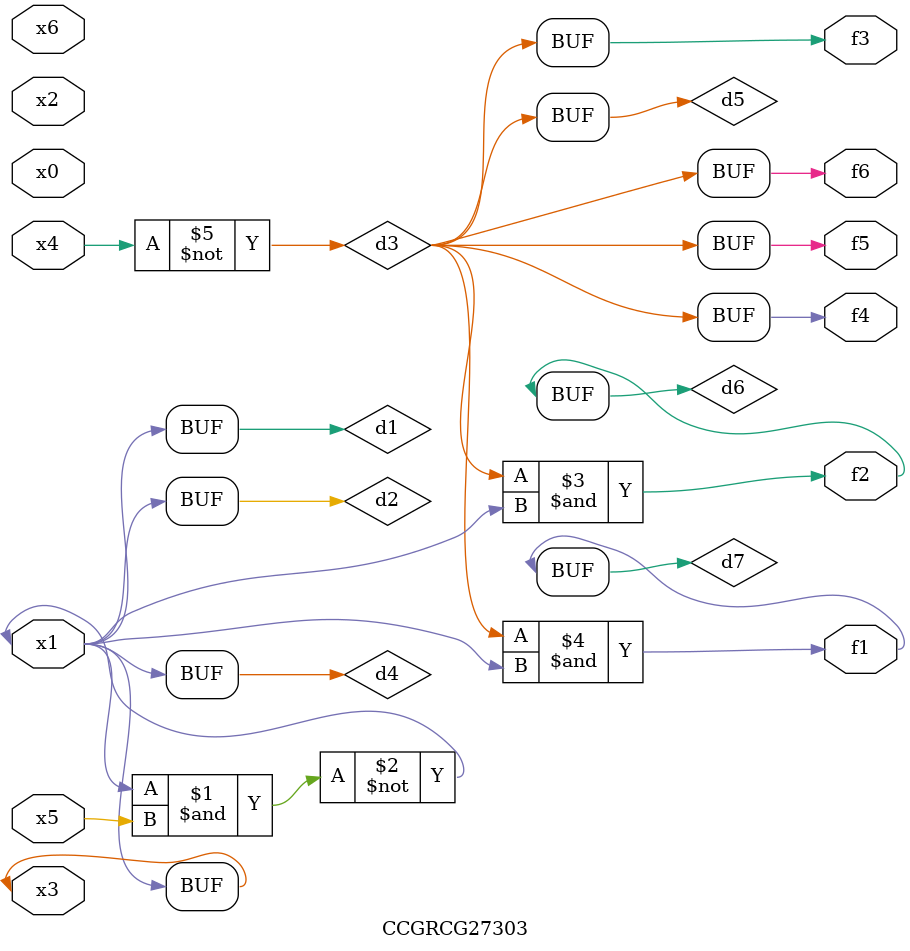
<source format=v>
module CCGRCG27303(
	input x0, x1, x2, x3, x4, x5, x6,
	output f1, f2, f3, f4, f5, f6
);

	wire d1, d2, d3, d4, d5, d6, d7;

	buf (d1, x1, x3);
	nand (d2, x1, x5);
	not (d3, x4);
	buf (d4, d1, d2);
	buf (d5, d3);
	and (d6, d3, d4);
	and (d7, d3, d4);
	assign f1 = d7;
	assign f2 = d6;
	assign f3 = d5;
	assign f4 = d5;
	assign f5 = d5;
	assign f6 = d5;
endmodule

</source>
